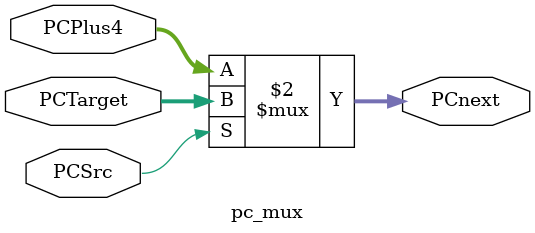
<source format=v>
module pc_mux (input  [31:0] PCPlus4,PCTarget,input  PCSrc,output [31:0] PCnext);
     assign PCnext = (PCSrc==1'b0)?PCPlus4:PCTarget;
endmodule
</source>
